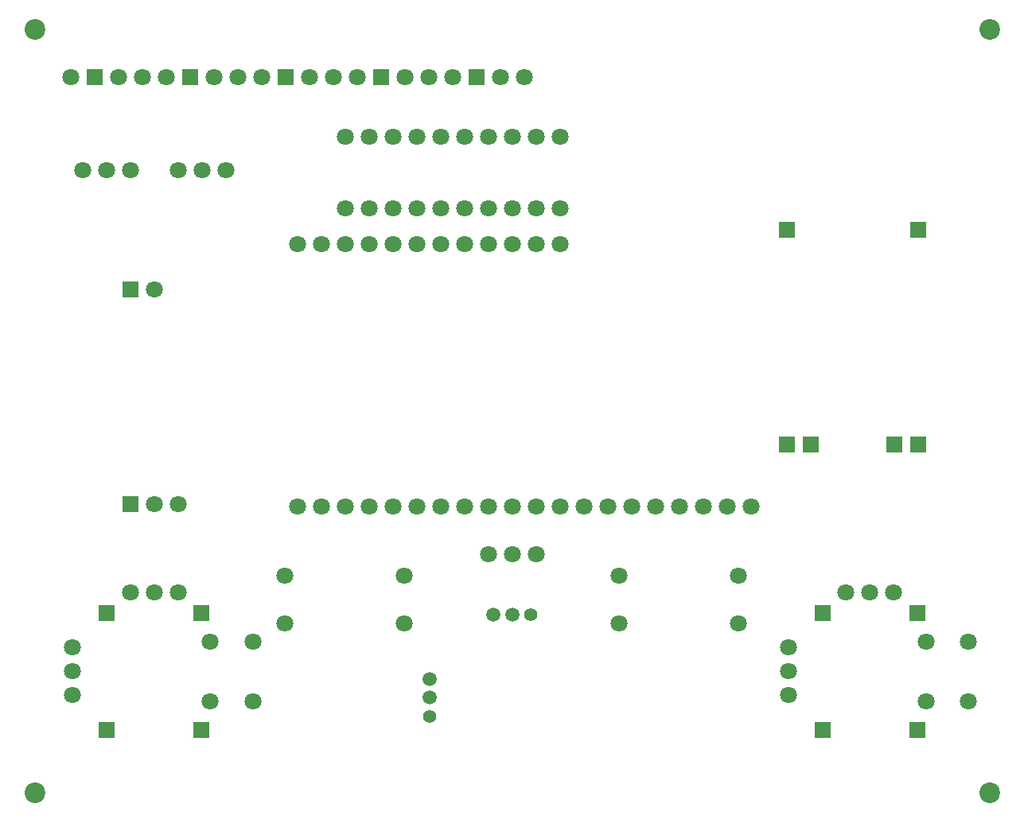
<source format=gts>
%TF.GenerationSoftware,KiCad,Pcbnew,9.0.0*%
%TF.CreationDate,2025-03-10T00:15:39-07:00*%
%TF.ProjectId,remote,72656d6f-7465-42e6-9b69-6361645f7063,v0.1*%
%TF.SameCoordinates,Original*%
%TF.FileFunction,Soldermask,Top*%
%TF.FilePolarity,Negative*%
%FSLAX46Y46*%
G04 Gerber Fmt 4.6, Leading zero omitted, Abs format (unit mm)*
G04 Created by KiCad (PCBNEW 9.0.0) date 2025-03-10 00:15:39*
%MOMM*%
%LPD*%
G01*
G04 APERTURE LIST*
%ADD10C,1.400000*%
%ADD11C,1.500000*%
%ADD12C,1.800000*%
%ADD13R,1.800000X1.800000*%
%ADD14C,2.200000*%
G04 APERTURE END LIST*
D10*
%TO.C,MINI_THUNSTICK1*%
X61069000Y-92189000D03*
D11*
X61069000Y-90189000D03*
X61069000Y-88189000D03*
D10*
X71869000Y-81389000D03*
D11*
X69869000Y-81389000D03*
X67869000Y-81389000D03*
%TD*%
D12*
%TO.C,RGB_LED4*%
X53359000Y-24149000D03*
D13*
X55899000Y-24149000D03*
D12*
X58439000Y-24149000D03*
X60979000Y-24149000D03*
%TD*%
%TO.C,R8*%
X69869000Y-38119000D03*
X69869000Y-30499000D03*
%TD*%
%TO.C,R2*%
X54629000Y-38119000D03*
X54629000Y-30499000D03*
%TD*%
D14*
%TO.C,REF\u002A\u002A*%
X120669000Y-100349000D03*
%TD*%
D13*
%TO.C,THUMBSTICK1*%
X112989000Y-93650058D03*
X112989000Y-81150058D03*
X102889000Y-93650058D03*
X102889000Y-81150058D03*
D12*
X110479000Y-79000058D03*
X107939000Y-79000058D03*
X105399000Y-79000058D03*
X99239000Y-84860058D03*
X99239000Y-87400058D03*
X99239000Y-89940058D03*
X113889000Y-90550058D03*
X118439000Y-90550058D03*
X113889000Y-84250058D03*
X118439000Y-84250058D03*
%TD*%
%TO.C,R4*%
X59709000Y-38119000D03*
X59709000Y-30499000D03*
%TD*%
%TO.C,R9*%
X72409000Y-38119000D03*
X72409000Y-30499000D03*
%TD*%
%TO.C,ESP32_UWB1*%
X47009000Y-69869000D03*
X49549000Y-69869000D03*
X52089000Y-69869000D03*
X54629000Y-69869000D03*
X57169000Y-69869000D03*
X59709000Y-69869000D03*
X62249000Y-69869000D03*
X64789000Y-69869000D03*
X67329000Y-69869000D03*
X69869000Y-69869000D03*
X72409000Y-69869000D03*
X74949000Y-69869000D03*
X77489000Y-69869000D03*
X80029000Y-69869000D03*
X82569000Y-69869000D03*
X85109000Y-69869000D03*
X87649000Y-69869000D03*
X90189000Y-69869000D03*
X92729000Y-69869000D03*
X95269000Y-69869000D03*
X47009000Y-41929000D03*
X49549000Y-41929000D03*
X52089000Y-41929000D03*
X54629000Y-41929000D03*
X57169000Y-41929000D03*
X59709000Y-41929000D03*
X62249000Y-41929000D03*
X64789000Y-41929000D03*
X67329000Y-41929000D03*
X69869000Y-41929000D03*
X72409000Y-41929000D03*
X74949000Y-41929000D03*
%TD*%
%TO.C,ON_OFF_SWITCH1*%
X24149000Y-34060058D03*
X26689000Y-34060058D03*
X29229000Y-34060058D03*
%TD*%
%TO.C,R7*%
X67329000Y-38119000D03*
X67329000Y-30499000D03*
%TD*%
%TO.C,BUTTON2*%
X45709000Y-77240058D03*
X45709000Y-82320058D03*
X58409000Y-77240058D03*
X58409000Y-82320058D03*
%TD*%
%TO.C,RGB_LED1*%
X22879000Y-24149000D03*
D13*
X25419000Y-24149000D03*
D12*
X27959000Y-24149000D03*
X30499000Y-24149000D03*
%TD*%
%TO.C,R1*%
X52089000Y-38119000D03*
X52089000Y-30499000D03*
%TD*%
D13*
%TO.C,THUMBSTICK2*%
X36819000Y-93650058D03*
X36819000Y-81150058D03*
X26719000Y-93650058D03*
X26719000Y-81150058D03*
D12*
X34309000Y-79000058D03*
X31769000Y-79000058D03*
X29229000Y-79000058D03*
X23069000Y-84860058D03*
X23069000Y-87400058D03*
X23069000Y-89940058D03*
X37719000Y-90550058D03*
X42269000Y-90550058D03*
X37719000Y-84250058D03*
X42269000Y-84250058D03*
%TD*%
D13*
%TO.C,5V_DC_DC_CONVERTER1*%
X29229000Y-69620058D03*
D12*
X31769000Y-69620058D03*
X34309000Y-69620058D03*
D13*
X29229000Y-46760058D03*
D12*
X31769000Y-46760058D03*
%TD*%
D14*
%TO.C,REF\u002A\u002A*%
X120669000Y-19069000D03*
%TD*%
D12*
%TO.C,BUTTON1*%
X81269000Y-77240058D03*
X81269000Y-82320058D03*
X93969000Y-77240058D03*
X93969000Y-82320058D03*
%TD*%
%TO.C,RGB_LED2*%
X33039000Y-24149000D03*
D13*
X35579000Y-24149000D03*
D12*
X38119000Y-24149000D03*
X40659000Y-24149000D03*
%TD*%
D14*
%TO.C,REF\u002A\u002A*%
X19069000Y-100349000D03*
%TD*%
D12*
%TO.C,R6*%
X64789000Y-38119000D03*
X64789000Y-30499000D03*
%TD*%
%TO.C,R10*%
X74949000Y-38119000D03*
X74949000Y-30499000D03*
%TD*%
%TO.C,RGB_LED3*%
X43199000Y-24149000D03*
D13*
X45739000Y-24149000D03*
D12*
X48279000Y-24149000D03*
X50819000Y-24149000D03*
%TD*%
%TO.C,LOCK_SWITCH1*%
X67329000Y-74949000D03*
X69869000Y-74949000D03*
X72409000Y-74949000D03*
%TD*%
%TO.C,R3*%
X57169000Y-38119000D03*
X57169000Y-30499000D03*
%TD*%
%TO.C,UWB_SELECTOR1*%
X34309000Y-34060058D03*
X36849000Y-34060058D03*
X39389000Y-34060058D03*
%TD*%
D14*
%TO.C,REF\u002A\u002A*%
X19069000Y-19069000D03*
%TD*%
D12*
%TO.C,R5*%
X62249000Y-38119000D03*
X62249000Y-30499000D03*
%TD*%
%TO.C,RGB_LED5*%
X63519000Y-24149000D03*
D13*
X66059000Y-24149000D03*
D12*
X68599000Y-24149000D03*
X71139000Y-24149000D03*
%TD*%
D13*
%TO.C,3.7V_BATTERY_CHARGER1*%
X99079000Y-40410058D03*
X113049000Y-40410058D03*
X99079000Y-63270058D03*
X101619000Y-63270058D03*
X110509000Y-63270058D03*
X113049000Y-63270058D03*
%TD*%
M02*

</source>
